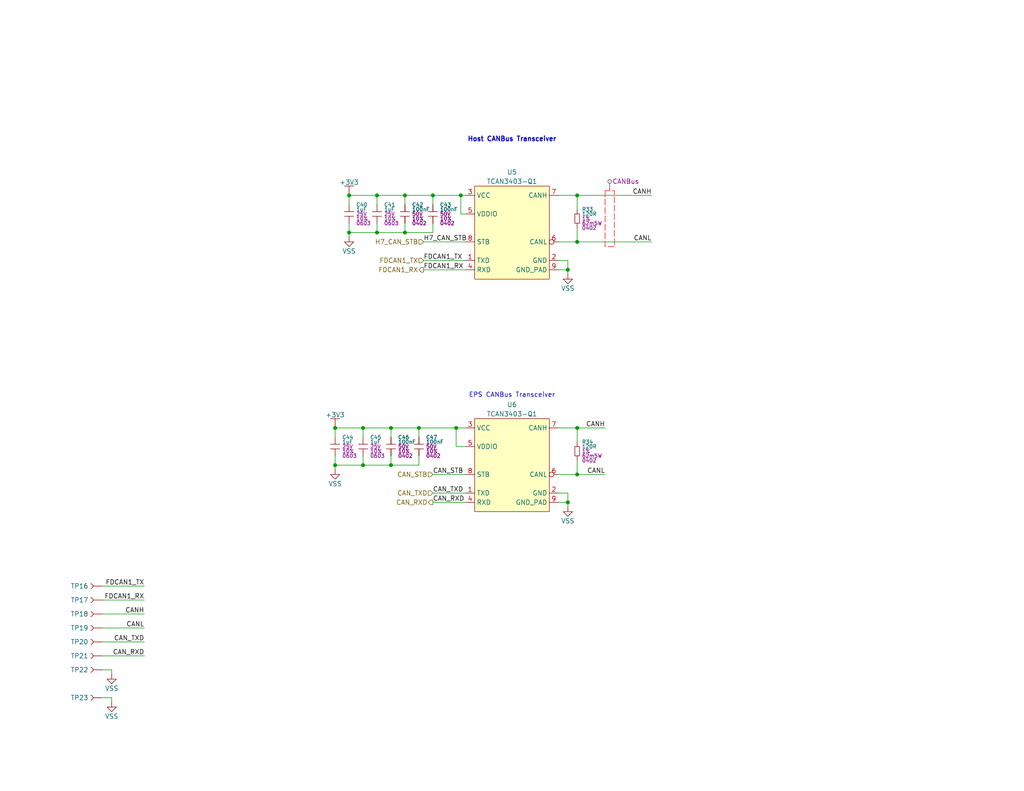
<source format=kicad_sch>
(kicad_sch (version 20250114) (generator "eeschema") (generator_version "9.0")
  (paper "USLetter")
  (title_block (title "CANBus Transceivers") (date "2025-03-31") (rev "1") (comment 2 "PROTOTYPE") (comment 3 "2025"))
  (lib_symbols
    (symbol "lib_pwr:+3V3" (power) (pin_numbers (hide yes)) (pin_names (offset 0) (hide yes))
      (property "Value" "+3V3" (at 0 3.556 0))
      (symbol "+3V3_0_1"
        (polyline (pts (xy -1.27 2.54) (xy 0 2.54)))
        (polyline (pts (xy 0 2.54) (xy 1.27 2.54)))
        (polyline (pts (xy 0 0) (xy 0 2.54)))
      )
      (symbol "+3V3_1_1"
        (pin power_in line (at 0 0 90) (length 0) (name "~") (number "1"))
      )
    )
    (symbol "lib_pwr:VSS" (power) (pin_numbers (hide yes)) (pin_names (offset 0) (hide yes))
      (property "Value" "VSS" (at 0 -3.81 0))
      (symbol "VSS_0_1"
        (polyline (pts (xy 0 0) (xy 0 -1.27) (xy 1.27 -1.27) (xy 0 -2.54) (xy -1.27 -1.27) (xy 0 -1.27)))
      )
      (symbol "VSS_1_1"
        (pin power_in line (at 0 0 270) (length 0) (name "~") (number "1"))
      )
    )
    (symbol "lib_sch:C" (pin_numbers (hide yes)) (pin_names (hide yes))
      (property "Reference" "C?" (at 1.905 2.54 0))
      (property "Value" "CAP" (at 1.905 1.27 0))
      (property "Tolerance" "TOL" (at 1.905 -1.27 0))
      (property "Voltage Rating" "VOLTAGE" (at 1.905 0 0))
      (property "Package" "PKG" (at 1.905 -2.54 0))
      (symbol "C_0_1"
        (polyline (pts (xy -1.27 0.635) (xy 1.27 0.635)))
        (polyline (pts (xy -1.27 -0.635) (xy 1.27 -0.635)))
      )
      (symbol "C_1_1"
        (pin passive line (at 0 2.54 270) (length 1.905) (name "") (number "1"))
        (pin passive line (at 0 -2.54 90) (length 1.905) (name "") (number "2"))
      )
    )
    (symbol "lib_sch:R"
      (property "Reference" "R?" (at 1.27 2.54 0))
      (property "Value" "VAL" (at 1.27 1.27 0))
      (property "Tolerance" "TOL" (at 1.27 0 0))
      (property "Power Rating" "PWR" (at 1.27 -1.27 0))
      (property "Package" "PKG" (at 1.27 -2.54 0))
      (symbol "R_0_1"
        (polyline (pts (xy -0.635 1.27) (xy -0.635 -1.27) (xy 0.635 -1.27) (xy 0.635 1.27) (xy -0.635 1.27)))
      )
      (symbol "R_1_1"
        (pin passive line (at 0 2.54 270) (length 1.27) (name "") (number "1"))
        (pin passive line (at 0 -2.54 90) (length 1.27) (name "") (number "2"))
      )
    )
    (symbol "lib_sch:TCAN340x-Q1"
      (property "Reference" "U?" (at 0 16.51 0))
      (property "Value" "TCAN1057A-Q1" (at 0 13.97 0))
      (symbol "TCAN340x-Q1_0_0"
        (pin power_in line (at -12.7 10.16 0) (length 2.54) (name "VCC") (number "3"))
        (pin power_in line (at -12.7 5.08 0) (length 2.54) (name "VDDIO") (number "5"))
        (pin input line (at -12.7 -2.54 0) (length 2.54) (name "STB") (number "8"))
        (pin input line (at -12.7 -7.62 0) (length 2.54) (name "TXD") (number "1"))
        (pin output line (at -12.7 -10.16 0) (length 2.54) (name "RXD") (number "4"))
        (pin bidirectional line (at 12.7 10.16 180) (length 2.54) (name "CANH") (number "7"))
        (pin bidirectional inverted (at 12.7 -2.54 180) (length 2.54) (name "CANL") (number "6"))
      )
      (symbol "TCAN340x-Q1_1_0"
        (pin power_in line (at 12.7 -7.62 180) (length 2.54) (name "GND") (number "2"))
        (pin power_in line (at 12.7 -10.16 180) (length 2.54) (name "GND_PAD") (number "9"))
      )
      (symbol "TCAN340x-Q1_1_1"
        (rectangle (start -10.16 12.7) (end 10.16 -12.7) (fill (type background)))
      )
    )
    (symbol "lib_sch:Testpoint" (pin_numbers (hide yes)) (pin_names (hide yes))
      (property "Reference" "TP" (at -1.27 0 0))
      (symbol "Testpoint_0_1"
        (arc (start -0.635 0.635) (mid 0 0) (end -0.635 -0.635))
      )
      (symbol "Testpoint_1_0"
        (pin passive line (at 2.54 0 180) (length 2.54) (name "") (number "1"))
      )
    )
  )
  (text "EPS CANBus Transceiver" (at 139.7 107.95 0) (effects (font (size 1.27 1.27))))
  (text "Host CANBus Transceiver" (at 139.7 38.1 0) (effects (font (size 1.27 1.27) (thickness 0.254) (bold yes))))
  (junction (at 95.25 63.5))
  (junction (at 154.94 137.16))
  (junction (at 125.73 53.34))
  (junction (at 157.48 129.54))
  (junction (at 91.44 127))
  (junction (at 102.87 53.34))
  (junction (at 118.11 53.34))
  (junction (at 157.48 66.04))
  (junction (at 110.49 63.5))
  (junction (at 154.94 73.66))
  (junction (at 95.25 53.34))
  (junction (at 99.06 127))
  (junction (at 114.3 116.84))
  (junction (at 106.68 116.84))
  (junction (at 110.49 53.34))
  (junction (at 99.06 116.84))
  (junction (at 106.68 127))
  (junction (at 102.87 63.5))
  (junction (at 124.46 116.84))
  (junction (at 91.44 116.84))
  (junction (at 157.48 116.84))
  (junction (at 157.48 53.34))
  (wire (pts (xy 125.73 53.34) (xy 127 53.34)))
  (wire (pts (xy 30.48 184.15) (xy 30.48 182.88)))
  (wire (pts (xy 157.48 120.65) (xy 157.48 116.84)))
  (wire (pts (xy 99.06 119.38) (xy 99.06 116.84)))
  (wire (pts (xy 106.68 124.46) (xy 106.68 127)))
  (wire (pts (xy 118.11 134.62) (xy 127 134.62)))
  (wire (pts (xy 118.11 53.34) (xy 118.11 55.88)))
  (wire (pts (xy 115.57 66.04) (xy 127 66.04)))
  (wire (pts (xy 124.46 116.84) (xy 127 116.84)))
  (wire (pts (xy 114.3 116.84) (xy 124.46 116.84)))
  (wire (pts (xy 110.49 53.34) (xy 110.49 55.88)))
  (wire (pts (xy 154.94 137.16) (xy 154.94 134.62)))
  (wire (pts (xy 115.57 73.66) (xy 127 73.66)))
  (wire (pts (xy 152.4 137.16) (xy 154.94 137.16)))
  (wire (pts (xy 157.48 66.04) (xy 177.8 66.04)))
  (wire (pts (xy 154.94 74.93) (xy 154.94 73.66)))
  (wire (pts (xy 118.11 137.16) (xy 127 137.16)))
  (wire (pts (xy 154.94 138.43) (xy 154.94 137.16)))
  (wire (pts (xy 157.48 116.84) (xy 165.1 116.84)))
  (wire (pts (xy 106.68 116.84) (xy 106.68 119.38)))
  (wire (pts (xy 39.37 179.07) (xy 27.94 179.07)))
  (wire (pts (xy 157.48 129.54) (xy 152.4 129.54)))
  (wire (pts (xy 157.48 62.23) (xy 157.48 66.04)))
  (wire (pts (xy 114.3 116.84) (xy 114.3 119.38)))
  (wire (pts (xy 110.49 60.96) (xy 110.49 63.5)))
  (wire (pts (xy 127 58.42) (xy 125.73 58.42)))
  (wire (pts (xy 39.37 160.02) (xy 27.94 160.02)))
  (wire (pts (xy 124.46 116.84) (xy 124.46 121.92)))
  (wire (pts (xy 30.48 191.77) (xy 30.48 190.5)))
  (wire (pts (xy 118.11 63.5) (xy 110.49 63.5)))
  (wire (pts (xy 127 121.92) (xy 124.46 121.92)))
  (wire (pts (xy 118.11 60.96) (xy 118.11 63.5)))
  (wire (pts (xy 106.68 116.84) (xy 114.3 116.84)))
  (wire (pts (xy 95.25 53.34) (xy 95.25 55.88)))
  (wire (pts (xy 110.49 53.34) (xy 118.11 53.34)))
  (wire (pts (xy 99.06 124.46) (xy 99.06 127)))
  (wire (pts (xy 106.68 127) (xy 99.06 127)))
  (wire (pts (xy 102.87 63.5) (xy 95.25 63.5)))
  (wire (pts (xy 154.94 134.62) (xy 152.4 134.62)))
  (wire (pts (xy 30.48 190.5) (xy 27.94 190.5)))
  (wire (pts (xy 102.87 53.34) (xy 102.87 55.88)))
  (wire (pts (xy 157.48 125.73) (xy 157.48 129.54)))
  (wire (pts (xy 152.4 73.66) (xy 154.94 73.66)))
  (wire (pts (xy 91.44 116.84) (xy 99.06 116.84)))
  (wire (pts (xy 115.57 71.12) (xy 127 71.12)))
  (wire (pts (xy 157.48 57.15) (xy 157.48 53.34)))
  (wire (pts (xy 118.11 129.54) (xy 127 129.54)))
  (wire (pts (xy 91.44 124.46) (xy 91.44 127)))
  (wire (pts (xy 39.37 163.83) (xy 27.94 163.83)))
  (wire (pts (xy 99.06 116.84) (xy 106.68 116.84)))
  (wire (pts (xy 91.44 116.84) (xy 91.44 119.38)))
  (wire (pts (xy 157.48 66.04) (xy 152.4 66.04)))
  (wire (pts (xy 154.94 71.12) (xy 152.4 71.12)))
  (wire (pts (xy 99.06 127) (xy 91.44 127)))
  (wire (pts (xy 157.48 53.34) (xy 177.8 53.34)))
  (wire (pts (xy 125.73 53.34) (xy 125.73 58.42)))
  (wire (pts (xy 39.37 175.26) (xy 27.94 175.26)))
  (wire (pts (xy 30.48 182.88) (xy 27.94 182.88)))
  (wire (pts (xy 102.87 60.96) (xy 102.87 63.5)))
  (wire (pts (xy 95.25 60.96) (xy 95.25 63.5)))
  (wire (pts (xy 114.3 124.46) (xy 114.3 127)))
  (wire (pts (xy 110.49 63.5) (xy 102.87 63.5)))
  (wire (pts (xy 95.25 64.77) (xy 95.25 63.5)))
  (wire (pts (xy 157.48 116.84) (xy 152.4 116.84)))
  (wire (pts (xy 39.37 167.64) (xy 27.94 167.64)))
  (wire (pts (xy 118.11 53.34) (xy 125.73 53.34)))
  (wire (pts (xy 154.94 73.66) (xy 154.94 71.12)))
  (wire (pts (xy 114.3 127) (xy 106.68 127)))
  (wire (pts (xy 102.87 53.34) (xy 110.49 53.34)))
  (wire (pts (xy 39.37 171.45) (xy 27.94 171.45)))
  (wire (pts (xy 157.48 53.34) (xy 152.4 53.34)))
  (wire (pts (xy 157.48 129.54) (xy 165.1 129.54)))
  (wire (pts (xy 95.25 53.34) (xy 102.87 53.34)))
  (wire (pts (xy 91.44 128.27) (xy 91.44 127)))
  (label "FDCAN1_TX" (at 39.37 160.02 180))
  (label "CANL" (at 177.8 66.04 180))
  (label "CAN_TXD" (at 118.11 134.62 0))
  (label "H7_CAN_STB" (at 115.57 66.04 0))
  (label "CANL" (at 39.37 171.45 180))
  (label "CAN_TXD" (at 39.37 175.26 180))
  (label "CAN_STB" (at 118.11 129.54 0))
  (label "CAN_RXD" (at 118.11 137.16 0))
  (label "CANH" (at 39.37 167.64 180))
  (label "CANH" (at 177.8 53.34 180))
  (label "CANH" (at 165.1 116.84 180))
  (label "FDCAN1_TX" (at 115.57 71.12 0))
  (label "FDCAN1_RX" (at 115.57 73.66 0))
  (label "CAN_RXD" (at 39.37 179.07 180))
  (label "FDCAN1_RX" (at 39.37 163.83 180))
  (label "CANL" (at 165.1 129.54 180))
  (hierarchical_label "H7_CAN_STB" (shape input) (at 115.57 66.04 180))
  (hierarchical_label "CAN_TXD" (shape input) (at 118.11 134.62 180))
  (hierarchical_label "FDCAN1_TX" (shape input) (at 115.57 71.12 180))
  (hierarchical_label "CAN_STB" (shape input) (at 118.11 129.54 180))
  (hierarchical_label "CAN_RXD" (shape output) (at 118.11 137.16 180))
  (hierarchical_label "FDCAN1_RX" (shape output) (at 115.57 73.66 180))
  (rule_area (polyline (pts (xy 165.1 52.07) (xy 165.1 67.31) (xy 167.64 67.31) (xy 167.64 52.07)) (stroke (width 0) (type dash))))
  (netclass_flag "" (length 2.54) (shape round) (at 166.37 52.07 0) (property "Netclass" "CANBus" (at 167.0685 49.53 0) (effects (justify left))))
  (symbol (lib_id "lib_sch:Testpoint") (at 25.4 160.02 0) (unit 1) (in_bom no)
    (property "Reference" "TP16" (at 24.13 160.02 0) (effects (justify right)))
    (property "Footprint" "lib_misc:TP_2mm" (effects (hide yes)))
    (property "Manufacturer" "N/A" (effects (hide yes)))
    (property "MPN" "N/A" (effects (hide yes)))
    (property "DKPN" "N/A" (effects (hide yes)))
  )
  (symbol (lib_id "lib_pwr:VSS") (at 30.48 191.77 0) (unit 1)
    (property "Reference" "#PWR0104" (effects (hide yes)))
    (property "Value" "VSS" (at 30.48 195.58 0))
  )
  (symbol (lib_id "lib_sch:Testpoint") (at 25.4 167.64 0) (unit 1) (in_bom no)
    (property "Reference" "TP18" (at 24.13 167.64 0) (effects (justify right)))
    (property "Footprint" "lib_misc:TP_2mm" (effects (hide yes)))
    (property "Manufacturer" "N/A" (effects (hide yes)))
    (property "MPN" "N/A" (effects (hide yes)))
    (property "DKPN" "N/A" (effects (hide yes)))
  )
  (symbol (lib_id "lib_sch:Testpoint") (at 25.4 175.26 0) (unit 1) (in_bom no)
    (property "Reference" "TP20" (at 24.13 175.26 0) (effects (justify right)))
    (property "Footprint" "lib_misc:TP_2mm" (effects (hide yes)))
    (property "Manufacturer" "N/A" (effects (hide yes)))
    (property "MPN" "N/A" (effects (hide yes)))
    (property "DKPN" "N/A" (effects (hide yes)))
  )
  (symbol (lib_id "lib_pwr:+3V3") (at 91.44 116.84 0) (unit 1)
    (property "Reference" "#PWR0100" (effects (hide yes)))
    (property "Value" "+3V3" (at 91.44 113.284 0))
  )
  (symbol (lib_id "lib_pwr:+3V3") (at 95.25 53.34 0) (unit 1)
    (property "Reference" "#PWR097" (effects (hide yes)))
    (property "Value" "+3V3" (at 95.25 49.784 0))
  )
  (symbol (lib_id "lib_sch:TCAN340x-Q1") (at 139.7 63.5 0) (unit 1)
    (property "Reference" "U5" (at 139.7 46.99 0))
    (property "Value" "TCAN3403-Q1" (at 139.7 49.53 0))
    (property "Footprint" "lib_ICs:SON65P300X300X100-8" (effects (hide yes)))
    (property "Datasheet" "datasheets/Texas-Instruments-TCAN3403-Q1.pdf" (effects (hide yes)))
    (property "Description" "3.3V Automotive CAN FD Transceivers with Standby Mode and ±58V   bus Standoff" (effects (hide yes)))
    (property "Manufacturer" "Texas Instruments" (effects (hide yes)))
    (property "MPN" "TCAN3403DRBRQ1" (effects (hide yes)))
    (property "DKPN" "296-TCAN3403DRBRQ1TR-ND" (effects (hide yes)))
  )
  (symbol (lib_id "lib_sch:TCAN340x-Q1") (at 139.7 127 0) (unit 1)
    (property "Reference" "U6" (at 139.7 110.49 0))
    (property "Value" "TCAN3403-Q1" (at 139.7 113.03 0))
    (property "Footprint" "lib_ICs:SON65P300X300X100-8" (effects (hide yes)))
    (property "Datasheet" "datasheets/Texas-Instruments-TCAN3403-Q1.pdf" (effects (hide yes)))
    (property "Description" "3.3V Automotive CAN FD Transceivers with Standby Mode and ±58V   bus Standoff" (effects (hide yes)))
    (property "Manufacturer" "Texas Instruments" (effects (hide yes)))
    (property "MPN" "TCAN3403DRBRQ1" (effects (hide yes)))
    (property "DKPN" "296-TCAN3403DRBRQ1TR-ND" (effects (hide yes)))
  )
  (symbol (lib_id "lib_sch:C") (at 102.87 58.42 0) (unit 1)
    (property "Reference" "C41" (at 104.775 55.88 0) (effects (font (size 1.016 1.016)) (justify left)))
    (property "Value" "1uF" (at 104.775 57.15 0) (effects (font (size 1.016 1.016)) (justify left)))
    (property "Footprint" "lib_passives:GRT0603" (effects (hide yes)))
    (property "Datasheet" "datasheets/Murata-Electronics-GRT188R71E105KE13.pdf" (effects (hide yes)))
    (property "Description" "CAP CER 1UF 25V X7R 0603" (effects (hide yes)))
    (property "Manufacturer" "Murata Electronics" (effects (hide yes)))
    (property "MPN" "GRT188R71E105KE13D" (effects (hide yes)))
    (property "DKPN" "490-GRT188R71E105KE13DCT-ND" (effects (hide yes)))
    (property "Tolerance" "10%" (at 104.775 59.69 0) (effects (font (size 1.016 1.016)) (justify left)))
    (property "Voltage Rating" "25V" (at 104.775 58.42 0) (effects (font (size 1.016 1.016)) (justify left)))
    (property "Package" "0603" (at 104.775 60.96 0) (effects (font (size 1.016 1.016)) (justify left)))
  )
  (symbol (lib_id "lib_sch:Testpoint") (at 25.4 171.45 0) (unit 1) (in_bom no)
    (property "Reference" "TP19" (at 24.13 171.45 0) (effects (justify right)))
    (property "Footprint" "lib_misc:TP_2mm" (effects (hide yes)))
    (property "Manufacturer" "N/A" (effects (hide yes)))
    (property "MPN" "N/A" (effects (hide yes)))
    (property "DKPN" "N/A" (effects (hide yes)))
  )
  (symbol (lib_id "lib_sch:C") (at 114.3 121.92 0) (unit 1)
    (property "Reference" "C47" (at 116.205 119.38 0) (effects (font (size 1.016 1.016)) (justify left)))
    (property "Value" "100nF" (at 116.205 120.65 0) (effects (font (size 1.016 1.016)) (justify left)))
    (property "Footprint" "lib_passives:GCM0402" (effects (hide yes)))
    (property "Datasheet" "datasheets/Murata-Electronics-GRT155R71H104KE01.pdf" (effects (hide yes)))
    (property "Description" "CAP CER 0.1UF 50V X7R 0402" (effects (hide yes)))
    (property "Manufacturer" "Murata Electronics" (effects (hide yes)))
    (property "MPN" "GRT155R71H104KE01D" (effects (hide yes)))
    (property "DKPN" "490-GRT155R71H104KE01DCT-ND" (effects (hide yes)))
    (property "Tolerance" "10%" (at 116.205 123.19 0) (effects (font (size 1.016 1.016)) (justify left)))
    (property "Voltage Rating" "50V" (at 116.205 121.92 0) (effects (font (size 1.016 1.016)) (justify left)))
    (property "Package" "0402" (at 116.205 124.46 0) (effects (font (size 1.016 1.016)) (justify left)))
  )
  (symbol (lib_id "lib_pwr:VSS") (at 154.94 138.43 0) (unit 1)
    (property "Reference" "#PWR0102" (effects (hide yes)))
    (property "Value" "VSS" (at 154.94 142.24 0))
  )
  (symbol (lib_id "lib_sch:Testpoint") (at 25.4 190.5 0) (unit 1)
    (property "Reference" "TP23" (at 24.13 190.5 0) (effects (justify right)))
    (property "Value" "RCWCTE" (effects (hide yes)))
    (property "Footprint" "lib_misc:TP_RCW" (effects (hide yes)))
    (property "Datasheet" "datasheets/KOA-RC-Series.pdf" (effects (hide yes)))
    (property "Description" "PC TEST POINT" (effects (hide yes)))
    (property "Manufacturer" "KOA Speer Electronics, Inc." (effects (hide yes)))
    (property "MPN" "RCWCTE" (effects (hide yes)))
    (property "DKPN" "2019-RCWCTECT-ND" (effects (hide yes)))
  )
  (symbol (lib_id "lib_sch:C") (at 110.49 58.42 0) (unit 1)
    (property "Reference" "C42" (at 112.395 55.88 0) (effects (font (size 1.016 1.016)) (justify left)))
    (property "Value" "100nF" (at 112.395 57.15 0) (effects (font (size 1.016 1.016)) (justify left)))
    (property "Footprint" "lib_passives:GCM0402" (effects (hide yes)))
    (property "Datasheet" "datasheets/Murata-Electronics-GRT155R71H104KE01.pdf" (effects (hide yes)))
    (property "Description" "CAP CER 0.1UF 50V X7R 0402" (effects (hide yes)))
    (property "Manufacturer" "Murata Electronics" (effects (hide yes)))
    (property "MPN" "GRT155R71H104KE01D" (effects (hide yes)))
    (property "DKPN" "490-GRT155R71H104KE01DCT-ND" (effects (hide yes)))
    (property "Tolerance" "10%" (at 112.395 59.69 0) (effects (font (size 1.016 1.016)) (justify left)))
    (property "Voltage Rating" "50V" (at 112.395 58.42 0) (effects (font (size 1.016 1.016)) (justify left)))
    (property "Package" "0402" (at 112.395 60.96 0) (effects (font (size 1.016 1.016)) (justify left)))
  )
  (symbol (lib_id "lib_pwr:VSS") (at 30.48 184.15 0) (unit 1)
    (property "Reference" "#PWR0103" (effects (hide yes)))
    (property "Value" "VSS" (at 30.48 187.96 0))
  )
  (symbol (lib_id "lib_sch:C") (at 118.11 58.42 0) (unit 1)
    (property "Reference" "C43" (at 120.015 55.88 0) (effects (font (size 1.016 1.016)) (justify left)))
    (property "Value" "100nF" (at 120.015 57.15 0) (effects (font (size 1.016 1.016)) (justify left)))
    (property "Footprint" "lib_passives:GCM0402" (effects (hide yes)))
    (property "Datasheet" "datasheets/Murata-Electronics-GRT155R71H104KE01.pdf" (effects (hide yes)))
    (property "Description" "CAP CER 0.1UF 50V X7R 0402" (effects (hide yes)))
    (property "Manufacturer" "Murata Electronics" (effects (hide yes)))
    (property "MPN" "GRT155R71H104KE01D" (effects (hide yes)))
    (property "DKPN" "490-GRT155R71H104KE01DCT-ND" (effects (hide yes)))
    (property "Tolerance" "10%" (at 120.015 59.69 0) (effects (font (size 1.016 1.016)) (justify left)))
    (property "Voltage Rating" "50V" (at 120.015 58.42 0) (effects (font (size 1.016 1.016)) (justify left)))
    (property "Package" "0402" (at 120.015 60.96 0) (effects (font (size 1.016 1.016)) (justify left)))
  )
  (symbol (lib_id "lib_pwr:VSS") (at 95.25 64.77 0) (unit 1)
    (property "Reference" "#PWR098" (effects (hide yes)))
    (property "Value" "VSS" (at 95.25 68.58 0))
  )
  (symbol (lib_id "lib_sch:C") (at 95.25 58.42 0) (unit 1)
    (property "Reference" "C40" (at 97.155 55.88 0) (effects (font (size 1.016 1.016)) (justify left)))
    (property "Value" "1uF" (at 97.155 57.15 0) (effects (font (size 1.016 1.016)) (justify left)))
    (property "Footprint" "lib_passives:GRT0603" (effects (hide yes)))
    (property "Datasheet" "datasheets/Murata-Electronics-GRT188R71E105KE13.pdf" (effects (hide yes)))
    (property "Description" "CAP CER 1UF 25V X7R 0603" (effects (hide yes)))
    (property "Manufacturer" "Murata Electronics" (effects (hide yes)))
    (property "MPN" "GRT188R71E105KE13D" (effects (hide yes)))
    (property "DKPN" "490-GRT188R71E105KE13DCT-ND" (effects (hide yes)))
    (property "Tolerance" "10%" (at 97.155 59.69 0) (effects (font (size 1.016 1.016)) (justify left)))
    (property "Voltage Rating" "25V" (at 97.155 58.42 0) (effects (font (size 1.016 1.016)) (justify left)))
    (property "Package" "0603" (at 97.155 60.96 0) (effects (font (size 1.016 1.016)) (justify left)))
  )
  (symbol (lib_id "lib_sch:R") (at 157.48 59.69 0) (unit 1)
    (property "Reference" "R33" (at 158.75 57.15 0) (effects (font (size 1.016 1.016)) (justify left)))
    (property "Value" "120R" (at 158.75 58.42 0) (effects (font (size 1.016 1.016)) (justify left)))
    (property "Footprint" "lib_passives:CRCW0402" (effects (hide yes)))
    (property "Datasheet" "datasheets/Vishay-Dale-DCRCWe3.pdf" (effects (hide yes)))
    (property "Description" "RES SMD 120 OHM 1% 1/16W 0402" (effects (hide yes)))
    (property "Manufacturer" "Vishay Dale" (effects (hide yes)))
    (property "MPN" "CRCW0402120RFKED" (effects (hide yes)))
    (property "DKPN" "541-120LCT-ND" (effects (hide yes)))
    (property "Tolerance" "1%" (at 158.75 59.69 0) (effects (font (size 1.016 1.016)) (justify left)))
    (property "Power Rating" "62m5W" (at 158.75 60.96 0) (effects (font (size 1.016 1.016)) (justify left)))
    (property "Package" "0402" (at 158.75 62.23 0) (effects (font (size 1.016 1.016)) (justify left)))
  )
  (symbol (lib_id "lib_pwr:VSS") (at 154.94 74.93 0) (unit 1)
    (property "Reference" "#PWR099" (effects (hide yes)))
    (property "Value" "VSS" (at 154.94 78.74 0))
  )
  (symbol (lib_id "lib_sch:Testpoint") (at 25.4 163.83 0) (unit 1) (in_bom no)
    (property "Reference" "TP17" (at 24.13 163.83 0) (effects (justify right)))
    (property "Footprint" "lib_misc:TP_2mm" (effects (hide yes)))
    (property "Manufacturer" "N/A" (effects (hide yes)))
    (property "MPN" "N/A" (effects (hide yes)))
    (property "DKPN" "N/A" (effects (hide yes)))
  )
  (symbol (lib_id "lib_pwr:VSS") (at 91.44 128.27 0) (unit 1)
    (property "Reference" "#PWR0101" (effects (hide yes)))
    (property "Value" "VSS" (at 91.44 132.08 0))
  )
  (symbol (lib_id "lib_sch:C") (at 99.06 121.92 0) (unit 1)
    (property "Reference" "C45" (at 100.965 119.38 0) (effects (font (size 1.016 1.016)) (justify left)))
    (property "Value" "1uF" (at 100.965 120.65 0) (effects (font (size 1.016 1.016)) (justify left)))
    (property "Footprint" "lib_passives:GRT0603" (effects (hide yes)))
    (property "Datasheet" "datasheets/Murata-Electronics-GRT188R71E105KE13.pdf" (effects (hide yes)))
    (property "Description" "CAP CER 1UF 25V X7R 0603" (effects (hide yes)))
    (property "Manufacturer" "Murata Electronics" (effects (hide yes)))
    (property "MPN" "GRT188R71E105KE13D" (effects (hide yes)))
    (property "DKPN" "490-GRT188R71E105KE13DCT-ND" (effects (hide yes)))
    (property "Tolerance" "10%" (at 100.965 123.19 0) (effects (font (size 1.016 1.016)) (justify left)))
    (property "Voltage Rating" "25V" (at 100.965 121.92 0) (effects (font (size 1.016 1.016)) (justify left)))
    (property "Package" "0603" (at 100.965 124.46 0) (effects (font (size 1.016 1.016)) (justify left)))
  )
  (symbol (lib_id "lib_sch:C") (at 106.68 121.92 0) (unit 1)
    (property "Reference" "C46" (at 108.585 119.38 0) (effects (font (size 1.016 1.016)) (justify left)))
    (property "Value" "100nF" (at 108.585 120.65 0) (effects (font (size 1.016 1.016)) (justify left)))
    (property "Footprint" "lib_passives:GCM0402" (effects (hide yes)))
    (property "Datasheet" "datasheets/Murata-Electronics-GRT155R71H104KE01.pdf" (effects (hide yes)))
    (property "Description" "CAP CER 0.1UF 50V X7R 0402" (effects (hide yes)))
    (property "Manufacturer" "Murata Electronics" (effects (hide yes)))
    (property "MPN" "GRT155R71H104KE01D" (effects (hide yes)))
    (property "DKPN" "490-GRT155R71H104KE01DCT-ND" (effects (hide yes)))
    (property "Tolerance" "10%" (at 108.585 123.19 0) (effects (font (size 1.016 1.016)) (justify left)))
    (property "Voltage Rating" "50V" (at 108.585 121.92 0) (effects (font (size 1.016 1.016)) (justify left)))
    (property "Package" "0402" (at 108.585 124.46 0) (effects (font (size 1.016 1.016)) (justify left)))
  )
  (symbol (lib_id "lib_sch:Testpoint") (at 25.4 182.88 0) (unit 1)
    (property "Reference" "TP22" (at 24.13 182.88 0) (effects (justify right)))
    (property "Value" "RCWCTE" (effects (hide yes)))
    (property "Footprint" "lib_misc:TP_RCW" (effects (hide yes)))
    (property "Datasheet" "datasheets/KOA-RC-Series.pdf" (effects (hide yes)))
    (property "Description" "PC TEST POINT" (effects (hide yes)))
    (property "Manufacturer" "KOA Speer Electronics, Inc." (effects (hide yes)))
    (property "MPN" "RCWCTE" (effects (hide yes)))
    (property "DKPN" "2019-RCWCTECT-ND" (effects (hide yes)))
  )
  (symbol (lib_id "lib_sch:Testpoint") (at 25.4 179.07 0) (unit 1) (in_bom no)
    (property "Reference" "TP21" (at 24.13 179.07 0) (effects (justify right)))
    (property "Footprint" "lib_misc:TP_2mm" (effects (hide yes)))
    (property "Manufacturer" "N/A" (effects (hide yes)))
    (property "MPN" "N/A" (effects (hide yes)))
    (property "DKPN" "N/A" (effects (hide yes)))
  )
  (symbol (lib_id "lib_sch:C") (at 91.44 121.92 0) (unit 1)
    (property "Reference" "C44" (at 93.345 119.38 0) (effects (font (size 1.016 1.016)) (justify left)))
    (property "Value" "1uF" (at 93.345 120.65 0) (effects (font (size 1.016 1.016)) (justify left)))
    (property "Footprint" "lib_passives:GRT0603" (effects (hide yes)))
    (property "Datasheet" "datasheets/Murata-Electronics-GRT188R71E105KE13.pdf" (effects (hide yes)))
    (property "Description" "CAP CER 1UF 25V X7R 0603" (effects (hide yes)))
    (property "Manufacturer" "Murata Electronics" (effects (hide yes)))
    (property "MPN" "GRT188R71E105KE13D" (effects (hide yes)))
    (property "DKPN" "490-GRT188R71E105KE13DCT-ND" (effects (hide yes)))
    (property "Tolerance" "10%" (at 93.345 123.19 0) (effects (font (size 1.016 1.016)) (justify left)))
    (property "Voltage Rating" "25V" (at 93.345 121.92 0) (effects (font (size 1.016 1.016)) (justify left)))
    (property "Package" "0603" (at 93.345 124.46 0) (effects (font (size 1.016 1.016)) (justify left)))
  )
  (symbol (lib_id "lib_sch:R") (at 157.48 123.19 0) (unit 1)
    (property "Reference" "R34" (at 158.75 120.65 0) (effects (font (size 1.016 1.016)) (justify left)))
    (property "Value" "120R" (at 158.75 121.92 0) (effects (font (size 1.016 1.016)) (justify left)))
    (property "Footprint" "lib_passives:CRCW0402" (effects (hide yes)))
    (property "Datasheet" "datasheets/Vishay-Dale-DCRCWe3.pdf" (effects (hide yes)))
    (property "Description" "RES SMD 120 OHM 1% 1/16W 0402" (effects (hide yes)))
    (property "Manufacturer" "Vishay Dale" (effects (hide yes)))
    (property "MPN" "CRCW0402120RFKED" (effects (hide yes)))
    (property "DKPN" "541-120LCT-ND" (effects (hide yes)))
    (property "Tolerance" "1%" (at 158.75 123.19 0) (effects (font (size 1.016 1.016)) (justify left)))
    (property "Power Rating" "62m5W" (at 158.75 124.46 0) (effects (font (size 1.016 1.016)) (justify left)))
    (property "Package" "0402" (at 158.75 125.73 0) (effects (font (size 1.016 1.016)) (justify left)))
  )
)
</source>
